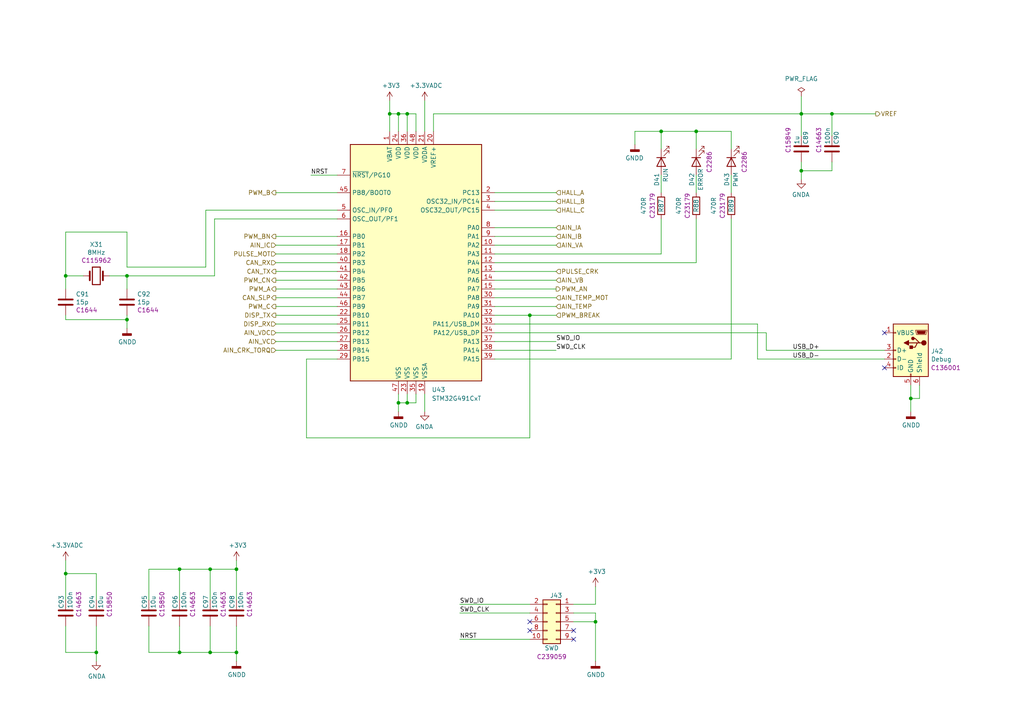
<source format=kicad_sch>
(kicad_sch (version 20211123) (generator eeschema)
  (paper "A4")
  (title_block (title "(BCC) Battery Case Controller") (date "2022-12-06") (rev "1") (company "UNIMOC universal motor controller"))
  (lib_symbols
    (symbol "Connector:USB_B_Mini" (pin_names (offset 1.016))
      (property "Reference" "J" (at -5.08 11.43 0))
      (property "Value" "USB_B_Mini" (at -5.08 8.89 0))
      (symbol "USB_B_Mini_0_1"
        (rectangle (start -5.08 -7.62) (end 5.08 7.62) (stroke (width 0.254)) (fill (type background)))
        (circle (center -3.81 2.159) (radius 0.635) (stroke (width 0.254)) (fill (type outline)))
        (circle (center -0.635 3.429) (radius 0.381) (stroke (width 0.254)) (fill (type outline)))
        (rectangle (start -0.127 -7.62) (end 0.127 -6.858))
        (polyline (pts (xy -1.905 2.159) (xy 0.635 2.159)) (stroke (width 0.254)))
        (polyline (pts (xy -3.175 2.159) (xy -2.54 2.159) (xy -1.27 3.429) (xy -0.635 3.429)) (stroke (width 0.254)))
        (polyline (pts (xy -2.54 2.159) (xy -1.905 2.159) (xy -1.27 0.889) (xy 0 0.889)) (stroke (width 0.254)))
        (polyline (pts (xy 0.635 2.794) (xy 0.635 1.524) (xy 1.905 2.159) (xy 0.635 2.794)) (stroke (width 0.254)) (fill (type outline)))
        (polyline (pts (xy -4.318 5.588) (xy -1.778 5.588) (xy -2.032 4.826) (xy -4.064 4.826) (xy -4.318 5.588)) (fill (type outline)))
        (polyline (pts (xy -4.699 5.842) (xy -4.699 5.588) (xy -4.445 4.826) (xy -4.445 4.572) (xy -1.651 4.572) (xy -1.651 4.826) (xy -1.397 5.588) (xy -1.397 5.842) (xy -4.699 5.842)))
        (rectangle (start 0.254 1.27) (end -0.508 0.508) (stroke (width 0.254)) (fill (type outline)))
        (rectangle (start 5.08 -5.207) (end 4.318 -4.953))
        (rectangle (start 5.08 -2.667) (end 4.318 -2.413))
        (rectangle (start 5.08 -0.127) (end 4.318 0.127))
        (rectangle (start 5.08 4.953) (end 4.318 5.207))
      )
      (symbol "USB_B_Mini_1_1"
        (pin power_out line (at 7.62 5.08 180) (length 2.54) (name "VBUS") (number "1"))
        (pin bidirectional line (at 7.62 -2.54 180) (length 2.54) (name "D-") (number "2"))
        (pin bidirectional line (at 7.62 0 180) (length 2.54) (name "D+") (number "3"))
        (pin passive line (at 7.62 -5.08 180) (length 2.54) (name "ID") (number "4"))
        (pin power_out line (at 0 -10.16 90) (length 2.54) (name "GND") (number "5"))
        (pin passive line (at -2.54 -10.16 90) (length 2.54) (name "Shield") (number "6"))
      )
    )
    (symbol "Connector_Generic:Conn_02x05_Odd_Even" (pin_names (offset 1.016) hide)
      (property "Reference" "J" (at 1.27 7.62 0))
      (property "Value" "Conn_02x05_Odd_Even" (at 1.27 -7.62 0))
      (symbol "Conn_02x05_Odd_Even_1_1"
        (rectangle (start -1.27 -4.953) (end 0 -5.207) (stroke (width 0.1524)))
        (rectangle (start -1.27 -2.413) (end 0 -2.667) (stroke (width 0.1524)))
        (rectangle (start -1.27 0.127) (end 0 -0.127) (stroke (width 0.1524)))
        (rectangle (start -1.27 2.667) (end 0 2.413) (stroke (width 0.1524)))
        (rectangle (start -1.27 5.207) (end 0 4.953) (stroke (width 0.1524)))
        (rectangle (start -1.27 6.35) (end 3.81 -6.35) (stroke (width 0.254)) (fill (type background)))
        (rectangle (start 3.81 -4.953) (end 2.54 -5.207) (stroke (width 0.1524)))
        (rectangle (start 3.81 -2.413) (end 2.54 -2.667) (stroke (width 0.1524)))
        (rectangle (start 3.81 0.127) (end 2.54 -0.127) (stroke (width 0.1524)))
        (rectangle (start 3.81 2.667) (end 2.54 2.413) (stroke (width 0.1524)))
        (rectangle (start 3.81 5.207) (end 2.54 4.953) (stroke (width 0.1524)))
        (pin passive line (at -5.08 5.08 0) (length 3.81) (name "Pin_1") (number "1"))
        (pin passive line (at 7.62 -5.08 180) (length 3.81) (name "Pin_10") (number "10"))
        (pin passive line (at 7.62 5.08 180) (length 3.81) (name "Pin_2") (number "2"))
        (pin passive line (at -5.08 2.54 0) (length 3.81) (name "Pin_3") (number "3"))
        (pin passive line (at 7.62 2.54 180) (length 3.81) (name "Pin_4") (number "4"))
        (pin passive line (at -5.08 0 0) (length 3.81) (name "Pin_5") (number "5"))
        (pin passive line (at 7.62 0 180) (length 3.81) (name "Pin_6") (number "6"))
        (pin passive line (at -5.08 -2.54 0) (length 3.81) (name "Pin_7") (number "7"))
        (pin passive line (at 7.62 -2.54 180) (length 3.81) (name "Pin_8") (number "8"))
        (pin passive line (at -5.08 -5.08 0) (length 3.81) (name "Pin_9") (number "9"))
      )
    )
    (symbol "Device:C" (pin_numbers hide) (pin_names (offset 0.254))
      (property "Reference" "C" (at 0.635 2.54 0))
      (property "Value" "C" (at 0.635 -2.54 0))
      (symbol "C_0_1"
        (polyline (pts (xy -2.032 -0.762) (xy 2.032 -0.762)) (stroke (width 0.508)))
        (polyline (pts (xy -2.032 0.762) (xy 2.032 0.762)) (stroke (width 0.508)))
      )
      (symbol "C_1_1"
        (pin passive line (at 0 3.81 270) (length 2.794) (name "~") (number "1"))
        (pin passive line (at 0 -3.81 90) (length 2.794) (name "~") (number "2"))
      )
    )
    (symbol "Device:Crystal" (pin_numbers hide) (pin_names (offset 1.016) hide)
      (property "Reference" "Y" (at 0 3.81 0))
      (property "Value" "Crystal" (at 0 -3.81 0))
      (symbol "Crystal_0_1"
        (rectangle (start -1.143 2.54) (end 1.143 -2.54) (stroke (width 0.3048)))
        (polyline (pts (xy -2.54 0) (xy -1.905 0)))
        (polyline (pts (xy -1.905 -1.27) (xy -1.905 1.27)) (stroke (width 0.508)))
        (polyline (pts (xy 1.905 -1.27) (xy 1.905 1.27)) (stroke (width 0.508)))
        (polyline (pts (xy 2.54 0) (xy 1.905 0)))
      )
      (symbol "Crystal_1_1"
        (pin passive line (at -3.81 0 0) (length 1.27) (name "1") (number "1"))
        (pin passive line (at 3.81 0 180) (length 1.27) (name "2") (number "2"))
      )
    )
    (symbol "Device:LED" (pin_numbers hide) (pin_names (offset 1.016) hide)
      (property "Reference" "D" (at 0 2.54 0))
      (property "Value" "LED" (at 0 -2.54 0))
      (symbol "LED_0_1"
        (polyline (pts (xy -1.27 -1.27) (xy -1.27 1.27)) (stroke (width 0.254)))
        (polyline (pts (xy -1.27 0) (xy 1.27 0)))
        (polyline (pts (xy 1.27 -1.27) (xy 1.27 1.27) (xy -1.27 0) (xy 1.27 -1.27)) (stroke (width 0.254)))
        (polyline (pts (xy -3.048 -0.762) (xy -4.572 -2.286) (xy -3.81 -2.286) (xy -4.572 -2.286) (xy -4.572 -1.524)))
        (polyline (pts (xy -1.778 -0.762) (xy -3.302 -2.286) (xy -2.54 -2.286) (xy -3.302 -2.286) (xy -3.302 -1.524)))
      )
      (symbol "LED_1_1"
        (pin passive line (at -3.81 0 0) (length 2.54) (name "K") (number "1"))
        (pin passive line (at 3.81 0 180) (length 2.54) (name "A") (number "2"))
      )
    )
    (symbol "Device:R" (pin_numbers hide) (pin_names (offset 0))
      (property "Reference" "R" (at 2.032 0 90))
      (property "Value" "R" (at 0 0 90))
      (symbol "R_0_1"
        (rectangle (start -1.016 -2.54) (end 1.016 2.54) (stroke (width 0.254)))
      )
      (symbol "R_1_1"
        (pin passive line (at 0 3.81 270) (length 1.27) (name "~") (number "1"))
        (pin passive line (at 0 -3.81 90) (length 1.27) (name "~") (number "2"))
      )
    )
    (symbol "MCU_ST_STM32G4:STM32G491CxT"
      (property "Reference" "U" (at -10.16 37.465 0))
      (property "Value" "STM32G491CxT" (at -10.16 35.56 0))
      (symbol "STM32G491CxT_0_1"
        (rectangle (start -19.05 34.29) (end 19.05 -34.29) (stroke (width 0.254)) (fill (type background)))
      )
      (symbol "STM32G491CxT_1_1"
        (pin power_in line (at -7.62 38.1 270) (length 3.81) (name "VBAT") (number "1"))
        (pin bidirectional line (at 22.86 5.08 180) (length 3.81) (name "PA2") (number "10"))
        (pin bidirectional line (at 22.86 2.54 180) (length 3.81) (name "PA3") (number "11"))
        (pin bidirectional line (at 22.86 0 180) (length 3.81) (name "PA4") (number "12"))
        (pin bidirectional line (at 22.86 -2.54 180) (length 3.81) (name "PA5") (number "13"))
        (pin bidirectional line (at 22.86 -5.08 180) (length 3.81) (name "PA6") (number "14"))
        (pin bidirectional line (at 22.86 -7.62 180) (length 3.81) (name "PA7") (number "15"))
        (pin bidirectional line (at -22.86 7.62 0) (length 3.81) (name "PB0") (number "16"))
        (pin bidirectional line (at -22.86 5.08 0) (length 3.81) (name "PB1") (number "17"))
        (pin bidirectional line (at -22.86 2.54 0) (length 3.81) (name "PB2") (number "18"))
        (pin power_in line (at 2.54 -38.1 90) (length 3.81) (name "VSSA") (number "19"))
        (pin bidirectional line (at 22.86 20.32 180) (length 3.81) (name "PC13") (number "2"))
        (pin power_in line (at 5.08 38.1 270) (length 3.81) (name "VREF+") (number "20"))
        (pin power_in line (at 2.54 38.1 270) (length 3.81) (name "VDDA") (number "21"))
        (pin bidirectional line (at -22.86 -15.24 0) (length 3.81) (name "PB10") (number "22"))
        (pin power_in line (at -2.54 -38.1 90) (length 3.81) (name "VSS") (number "23"))
        (pin power_in line (at -5.08 38.1 270) (length 3.81) (name "VDD") (number "24"))
        (pin bidirectional line (at -22.86 -17.78 0) (length 3.81) (name "PB11") (number "25"))
        (pin bidirectional line (at -22.86 -20.32 0) (length 3.81) (name "PB12") (number "26"))
        (pin bidirectional line (at -22.86 -22.86 0) (length 3.81) (name "PB13") (number "27"))
        (pin bidirectional line (at -22.86 -25.4 0) (length 3.81) (name "PB14") (number "28"))
        (pin bidirectional line (at -22.86 -27.94 0) (length 3.81) (name "PB15") (number "29"))
        (pin bidirectional line (at 22.86 17.78 180) (length 3.81) (name "OSC32_IN/PC14") (number "3"))
        (pin bidirectional line (at 22.86 -10.16 180) (length 3.81) (name "PA8") (number "30"))
        (pin bidirectional line (at 22.86 -12.7 180) (length 3.81) (name "PA9") (number "31"))
        (pin bidirectional line (at 22.86 -15.24 180) (length 3.81) (name "PA10") (number "32"))
        (pin bidirectional line (at 22.86 -17.78 180) (length 3.81) (name "PA11/USB_DM") (number "33"))
        (pin bidirectional line (at 22.86 -20.32 180) (length 3.81) (name "PA12/USB_DP") (number "34"))
        (pin power_in line (at 0 -38.1 90) (length 3.81) (name "VSS") (number "35"))
        (pin power_in line (at -2.54 38.1 270) (length 3.81) (name "VDD") (number "36"))
        (pin bidirectional line (at 22.86 -22.86 180) (length 3.81) (name "PA13") (number "37"))
        (pin bidirectional line (at 22.86 -25.4 180) (length 3.81) (name "PA14") (number "38"))
        (pin bidirectional line (at 22.86 -27.94 180) (length 3.81) (name "PA15") (number "39"))
        (pin bidirectional line (at 22.86 15.24 180) (length 3.81) (name "OSC32_OUT/PC15") (number "4"))
        (pin bidirectional line (at -22.86 0 0) (length 3.81) (name "PB3") (number "40"))
        (pin bidirectional line (at -22.86 -2.54 0) (length 3.81) (name "PB4") (number "41"))
        (pin bidirectional line (at -22.86 -5.08 0) (length 3.81) (name "PB5") (number "42"))
        (pin bidirectional line (at -22.86 -7.62 0) (length 3.81) (name "PB6") (number "43"))
        (pin bidirectional line (at -22.86 -10.16 0) (length 3.81) (name "PB7") (number "44"))
        (pin bidirectional line (at -22.86 20.32 0) (length 3.81) (name "PB8/BOOT0") (number "45"))
        (pin bidirectional line (at -22.86 -12.7 0) (length 3.81) (name "PB9") (number "46"))
        (pin power_in line (at -5.08 -38.1 90) (length 3.81) (name "VSS") (number "47"))
        (pin power_in line (at 0 38.1 270) (length 3.81) (name "VDD") (number "48"))
        (pin bidirectional line (at -22.86 15.24 0) (length 3.81) (name "OSC_IN/PF0") (number "5"))
        (pin bidirectional line (at -22.86 12.7 0) (length 3.81) (name "OSC_OUT/PF1") (number "6"))
        (pin bidirectional line (at -22.86 25.4 0) (length 3.81) (name "~{NRST}/PG10") (number "7"))
        (pin bidirectional line (at 22.86 10.16 180) (length 3.81) (name "PA0") (number "8"))
        (pin bidirectional line (at 22.86 7.62 180) (length 3.81) (name "PA1") (number "9"))
      )
    )
    (symbol "power:+3.3VADC" (power) (pin_names (offset 0))
      (property "Value" "+3.3VADC" (at 0 2.54 0))
      (symbol "+3.3VADC_0_0"
        (pin power_in line (at 0 0 90) (length 0) hide (name "+3.3VADC") (number "1"))
      )
      (symbol "+3.3VADC_0_1"
        (polyline (pts (xy -0.762 1.27) (xy 0 2.54)))
        (polyline (pts (xy 0 0) (xy 0 2.54)))
        (polyline (pts (xy 0 2.54) (xy 0.762 1.27)))
      )
    )
    (symbol "power:+3V3" (power) (pin_names (offset 0))
      (property "Value" "+3V3" (at 0 3.556 0))
      (symbol "+3V3_0_1"
        (polyline (pts (xy -0.762 1.27) (xy 0 2.54)))
        (polyline (pts (xy 0 0) (xy 0 2.54)))
        (polyline (pts (xy 0 2.54) (xy 0.762 1.27)))
      )
      (symbol "+3V3_1_1"
        (pin power_in line (at 0 0 90) (length 0) hide (name "+3V3") (number "1"))
      )
    )
    (symbol "power:GNDA" (power) (pin_names (offset 0))
      (property "Value" "GNDA" (at 0 -3.81 0))
      (symbol "GNDA_0_1"
        (polyline (pts (xy 0 0) (xy 0 -1.27) (xy 1.27 -1.27) (xy 0 -2.54) (xy -1.27 -1.27) (xy 0 -1.27)))
      )
      (symbol "GNDA_1_1"
        (pin power_in line (at 0 0 270) (length 0) hide (name "GNDA") (number "1"))
      )
    )
    (symbol "power:GNDD" (power) (pin_names (offset 0))
      (property "Value" "GNDD" (at 0 -3.175 0))
      (symbol "GNDD_0_1"
        (rectangle (start -1.27 -1.524) (end 1.27 -2.032) (stroke (width 0.254)) (fill (type outline)))
        (polyline (pts (xy 0 0) (xy 0 -1.524)))
      )
      (symbol "GNDD_1_1"
        (pin power_in line (at 0 0 270) (length 0) hide (name "GNDD") (number "1"))
      )
    )
    (symbol "power:PWR_FLAG" (power) (pin_numbers hide) (pin_names (offset 0) hide)
      (property "Value" "PWR_FLAG" (at 0 3.81 0))
      (symbol "PWR_FLAG_0_0"
        (pin power_out line (at 0 0 90) (length 0) (name "pwr") (number "1"))
      )
      (symbol "PWR_FLAG_0_1"
        (polyline (pts (xy 0 0) (xy 0 1.27) (xy -1.016 1.905) (xy 0 2.54) (xy 1.016 1.905) (xy 0 1.27)))
      )
    )
  )
  (junction (at 113.03 33.02))
  (junction (at 68.58 165.1))
  (junction (at 115.57 116.84))
  (junction (at 118.11 116.84))
  (junction (at 264.16 115.57))
  (junction (at 153.67 91.44))
  (junction (at 60.96 165.1))
  (junction (at 60.96 189.23))
  (junction (at 52.07 189.23))
  (junction (at 172.72 180.34))
  (junction (at 36.83 92.71))
  (junction (at 52.07 165.1))
  (junction (at 27.94 189.23))
  (junction (at 232.41 33.02))
  (junction (at 36.83 80.01))
  (junction (at 115.57 33.02))
  (junction (at 191.77 38.1))
  (junction (at 201.93 38.1))
  (junction (at 241.3 33.02))
  (junction (at 68.58 189.23))
  (junction (at 232.41 49.53))
  (junction (at 118.11 33.02))
  (junction (at 19.05 80.01))
  (junction (at 19.05 166.37))
  (no_connect (at 166.37 185.42))
  (no_connect (at 153.67 182.88))
  (no_connect (at 166.37 182.88))
  (no_connect (at 256.54 96.52))
  (no_connect (at 153.67 180.34))
  (no_connect (at 256.54 106.68))
  (wire (pts (xy 143.51 76.2) (xy 201.93 76.2)))
  (wire (pts (xy 232.41 27.94) (xy 232.41 33.02)))
  (wire (pts (xy 143.51 101.6) (xy 161.29 101.6)))
  (wire (pts (xy 172.72 175.26) (xy 172.72 170.18)))
  (wire (pts (xy 133.35 185.42) (xy 153.67 185.42)))
  (wire (pts (xy 115.57 119.38) (xy 115.57 116.84)))
  (wire (pts (xy 143.51 104.14) (xy 212.09 104.14)))
  (wire (pts (xy 123.19 29.21) (xy 123.19 38.1)))
  (wire (pts (xy 191.77 73.66) (xy 143.51 73.66)))
  (wire (pts (xy 232.41 39.37) (xy 232.41 33.02)))
  (wire (pts (xy 36.83 95.25) (xy 36.83 92.71)))
  (wire (pts (xy 97.79 76.2) (xy 80.01 76.2)))
  (wire (pts (xy 143.51 66.04) (xy 161.29 66.04)))
  (wire (pts (xy 97.79 86.36) (xy 80.01 86.36)))
  (wire (pts (xy 143.51 68.58) (xy 161.29 68.58)))
  (wire (pts (xy 264.16 111.76) (xy 264.16 115.57)))
  (wire (pts (xy 166.37 175.26) (xy 172.72 175.26)))
  (wire (pts (xy 31.75 80.01) (xy 36.83 80.01)))
  (wire (pts (xy 19.05 92.71) (xy 36.83 92.71)))
  (wire (pts (xy 19.05 83.82) (xy 19.05 80.01)))
  (wire (pts (xy 143.51 96.52) (xy 222.25 96.52)))
  (wire (pts (xy 191.77 43.18) (xy 191.77 38.1)))
  (wire (pts (xy 120.65 116.84) (xy 120.65 114.3)))
  (wire (pts (xy 166.37 180.34) (xy 172.72 180.34)))
  (wire (pts (xy 60.96 165.1) (xy 52.07 165.1)))
  (wire (pts (xy 52.07 189.23) (xy 43.18 189.23)))
  (wire (pts (xy 166.37 177.8) (xy 172.72 177.8)))
  (wire (pts (xy 153.67 127) (xy 88.9 127)))
  (wire (pts (xy 43.18 165.1) (xy 43.18 173.99)))
  (wire (pts (xy 133.35 175.26) (xy 153.67 175.26)))
  (wire (pts (xy 97.79 83.82) (xy 80.01 83.82)))
  (wire (pts (xy 115.57 116.84) (xy 118.11 116.84)))
  (wire (pts (xy 212.09 55.88) (xy 212.09 50.8)))
  (wire (pts (xy 113.03 29.21) (xy 113.03 33.02)))
  (wire (pts (xy 27.94 173.99) (xy 27.94 166.37)))
  (wire (pts (xy 153.67 91.44) (xy 153.67 127)))
  (wire (pts (xy 68.58 181.61) (xy 68.58 189.23)))
  (wire (pts (xy 191.77 38.1) (xy 184.15 38.1)))
  (wire (pts (xy 184.15 38.1) (xy 184.15 41.91)))
  (wire (pts (xy 97.79 91.44) (xy 80.01 91.44)))
  (wire (pts (xy 143.51 88.9) (xy 161.29 88.9)))
  (wire (pts (xy 113.03 33.02) (xy 113.03 38.1)))
  (wire (pts (xy 88.9 127) (xy 88.9 104.14)))
  (wire (pts (xy 52.07 181.61) (xy 52.07 189.23)))
  (wire (pts (xy 143.51 60.96) (xy 161.29 60.96)))
  (wire (pts (xy 36.83 92.71) (xy 36.83 91.44)))
  (wire (pts (xy 19.05 80.01) (xy 19.05 67.31)))
  (wire (pts (xy 68.58 165.1) (xy 60.96 165.1)))
  (wire (pts (xy 125.73 33.02) (xy 232.41 33.02)))
  (wire (pts (xy 241.3 39.37) (xy 241.3 33.02)))
  (wire (pts (xy 201.93 43.18) (xy 201.93 38.1)))
  (wire (pts (xy 143.51 86.36) (xy 161.29 86.36)))
  (wire (pts (xy 52.07 165.1) (xy 52.07 173.99)))
  (wire (pts (xy 97.79 78.74) (xy 80.01 78.74)))
  (wire (pts (xy 80.01 93.98) (xy 97.79 93.98)))
  (wire (pts (xy 266.7 115.57) (xy 264.16 115.57)))
  (wire (pts (xy 115.57 33.02) (xy 118.11 33.02)))
  (wire (pts (xy 232.41 49.53) (xy 232.41 46.99)))
  (wire (pts (xy 97.79 50.8) (xy 90.17 50.8)))
  (wire (pts (xy 254 33.02) (xy 241.3 33.02)))
  (wire (pts (xy 222.25 101.6) (xy 256.54 101.6)))
  (wire (pts (xy 68.58 189.23) (xy 68.58 191.77)))
  (wire (pts (xy 52.07 165.1) (xy 43.18 165.1)))
  (wire (pts (xy 97.79 55.88) (xy 80.01 55.88)))
  (wire (pts (xy 24.13 80.01) (xy 19.05 80.01)))
  (wire (pts (xy 19.05 189.23) (xy 19.05 181.61)))
  (wire (pts (xy 219.71 93.98) (xy 219.71 104.14)))
  (wire (pts (xy 153.67 91.44) (xy 161.29 91.44)))
  (wire (pts (xy 172.72 180.34) (xy 172.72 191.77)))
  (wire (pts (xy 36.83 67.31) (xy 36.83 77.47)))
  (wire (pts (xy 97.79 63.5) (xy 62.23 63.5)))
  (wire (pts (xy 97.79 96.52) (xy 80.01 96.52)))
  (wire (pts (xy 212.09 63.5) (xy 212.09 104.14)))
  (wire (pts (xy 115.57 33.02) (xy 115.57 38.1)))
  (wire (pts (xy 68.58 173.99) (xy 68.58 165.1)))
  (wire (pts (xy 36.83 77.47) (xy 59.69 77.47)))
  (wire (pts (xy 120.65 33.02) (xy 120.65 38.1)))
  (wire (pts (xy 19.05 166.37) (xy 27.94 166.37)))
  (wire (pts (xy 118.11 33.02) (xy 118.11 38.1)))
  (wire (pts (xy 143.51 81.28) (xy 161.29 81.28)))
  (wire (pts (xy 191.77 55.88) (xy 191.77 50.8)))
  (wire (pts (xy 80.01 71.12) (xy 97.79 71.12)))
  (wire (pts (xy 43.18 189.23) (xy 43.18 181.61)))
  (wire (pts (xy 118.11 33.02) (xy 120.65 33.02)))
  (wire (pts (xy 232.41 49.53) (xy 232.41 52.07)))
  (wire (pts (xy 133.35 177.8) (xy 153.67 177.8)))
  (wire (pts (xy 143.51 91.44) (xy 153.67 91.44)))
  (wire (pts (xy 97.79 73.66) (xy 80.01 73.66)))
  (wire (pts (xy 97.79 60.96) (xy 59.69 60.96)))
  (wire (pts (xy 143.51 99.06) (xy 161.29 99.06)))
  (wire (pts (xy 143.51 83.82) (xy 161.29 83.82)))
  (wire (pts (xy 68.58 162.56) (xy 68.58 165.1)))
  (wire (pts (xy 201.93 55.88) (xy 201.93 50.8)))
  (wire (pts (xy 266.7 111.76) (xy 266.7 115.57)))
  (wire (pts (xy 97.79 101.6) (xy 80.01 101.6)))
  (wire (pts (xy 27.94 189.23) (xy 27.94 181.61)))
  (wire (pts (xy 143.51 78.74) (xy 161.29 78.74)))
  (wire (pts (xy 212.09 38.1) (xy 212.09 43.18)))
  (wire (pts (xy 143.51 55.88) (xy 161.29 55.88)))
  (wire (pts (xy 118.11 116.84) (xy 120.65 116.84)))
  (wire (pts (xy 113.03 33.02) (xy 115.57 33.02)))
  (wire (pts (xy 143.51 71.12) (xy 161.29 71.12)))
  (wire (pts (xy 19.05 91.44) (xy 19.05 92.71)))
  (wire (pts (xy 191.77 63.5) (xy 191.77 73.66)))
  (wire (pts (xy 201.93 38.1) (xy 212.09 38.1)))
  (wire (pts (xy 97.79 99.06) (xy 80.01 99.06)))
  (wire (pts (xy 222.25 96.52) (xy 222.25 101.6)))
  (wire (pts (xy 264.16 115.57) (xy 264.16 119.38)))
  (wire (pts (xy 201.93 76.2) (xy 201.93 63.5)))
  (wire (pts (xy 241.3 33.02) (xy 232.41 33.02)))
  (wire (pts (xy 60.96 181.61) (xy 60.96 189.23)))
  (wire (pts (xy 118.11 116.84) (xy 118.11 114.3)))
  (wire (pts (xy 88.9 104.14) (xy 97.79 104.14)))
  (wire (pts (xy 219.71 104.14) (xy 256.54 104.14)))
  (wire (pts (xy 97.79 81.28) (xy 80.01 81.28)))
  (wire (pts (xy 125.73 38.1) (xy 125.73 33.02)))
  (wire (pts (xy 115.57 116.84) (xy 115.57 114.3)))
  (wire (pts (xy 19.05 162.56) (xy 19.05 166.37)))
  (wire (pts (xy 36.83 80.01) (xy 36.83 83.82)))
  (wire (pts (xy 143.51 93.98) (xy 219.71 93.98)))
  (wire (pts (xy 52.07 189.23) (xy 60.96 189.23)))
  (wire (pts (xy 191.77 38.1) (xy 201.93 38.1)))
  (wire (pts (xy 27.94 191.77) (xy 27.94 189.23)))
  (wire (pts (xy 143.51 58.42) (xy 161.29 58.42)))
  (wire (pts (xy 172.72 177.8) (xy 172.72 180.34)))
  (wire (pts (xy 60.96 173.99) (xy 60.96 165.1)))
  (wire (pts (xy 59.69 60.96) (xy 59.69 77.47)))
  (wire (pts (xy 241.3 49.53) (xy 241.3 46.99)))
  (wire (pts (xy 36.83 80.01) (xy 62.23 80.01)))
  (wire (pts (xy 123.19 114.3) (xy 123.19 119.38)))
  (wire (pts (xy 62.23 63.5) (xy 62.23 80.01)))
  (wire (pts (xy 27.94 189.23) (xy 19.05 189.23)))
  (wire (pts (xy 97.79 88.9) (xy 80.01 88.9)))
  (wire (pts (xy 19.05 173.99) (xy 19.05 166.37)))
  (wire (pts (xy 19.05 67.31) (xy 36.83 67.31)))
  (wire (pts (xy 232.41 49.53) (xy 241.3 49.53)))
  (wire (pts (xy 60.96 189.23) (xy 68.58 189.23)))
  (wire (pts (xy 97.79 68.58) (xy 80.01 68.58)))
  (label "USB_D+" (at 229.87 101.6 0))
  (label "NRST" (at 133.35 185.42 0))
  (label "USB_D-" (at 229.87 104.14 0))
  (label "SWD_IO" (at 161.29 99.06 0))
  (label "SWD_CLK" (at 161.29 101.6 0))
  (label "SWD_IO" (at 133.35 175.26 0))
  (label "SWD_CLK" (at 133.35 177.8 0))
  (label "NRST" (at 90.17 50.8 0))
  (hierarchical_label "CAN_RX" (shape input) (at 80.01 76.2 180))
  (hierarchical_label "AIN_VDC" (shape input) (at 80.01 96.52 180))
  (hierarchical_label "AIN_TEMP" (shape input) (at 161.29 88.9 0))
  (hierarchical_label "CAN_TX" (shape output) (at 80.01 78.74 180))
  (hierarchical_label "AIN_VC" (shape input) (at 80.01 99.06 180))
  (hierarchical_label "PWM_AN" (shape output) (at 161.29 83.82 0))
  (hierarchical_label "PWM_A" (shape output) (at 80.01 83.82 180))
  (hierarchical_label "DISP_TX" (shape output) (at 80.01 91.44 180))
  (hierarchical_label "AIN_CRK_TORQ" (shape input) (at 80.01 101.6 180))
  (hierarchical_label "VREF" (shape output) (at 254 33.02 0))
  (hierarchical_label "CAN_SLP" (shape output) (at 80.01 86.36 180))
  (hierarchical_label "AIN_VA" (shape input) (at 161.29 71.12 0))
  (hierarchical_label "HALL_C" (shape input) (at 161.29 60.96 0))
  (hierarchical_label "PULSE_CRK" (shape input) (at 161.29 78.74 0))
  (hierarchical_label "PWM_BN" (shape output) (at 80.01 68.58 180))
  (hierarchical_label "AIN_IB" (shape input) (at 161.29 68.58 0))
  (hierarchical_label "PWM_BREAK" (shape input) (at 161.29 91.44 0))
  (hierarchical_label "HALL_B" (shape input) (at 161.29 58.42 0))
  (hierarchical_label "PWM_B" (shape output) (at 80.01 55.88 180))
  (hierarchical_label "PWM_CN" (shape output) (at 80.01 81.28 180))
  (hierarchical_label "AIN_IA" (shape input) (at 161.29 66.04 0))
  (hierarchical_label "AIN_VB" (shape input) (at 161.29 81.28 0))
  (hierarchical_label "PWM_C" (shape output) (at 80.01 88.9 180))
  (hierarchical_label "DISP_RX" (shape input) (at 80.01 93.98 180))
  (hierarchical_label "AIN_TEMP_MOT" (shape input) (at 161.29 86.36 0))
  (hierarchical_label "HALL_A" (shape input) (at 161.29 55.88 0))
  (hierarchical_label "AIN_IC" (shape input) (at 80.01 71.12 180))
  (hierarchical_label "PULSE_MOT" (shape input) (at 80.01 73.66 180))
  (symbol (lib_id "power:GNDD") (at 172.72 191.77 0) (unit 1)
    (property "Reference" "#U088" (effects hide))
    (property "Value" "GNDD" (at 172.8216 195.707 0))
  )
  (symbol (lib_id "Device:LED") (at 212.09 46.99 90) (mirror x) (unit 1)
    (property "Reference" "D43" (at 210.82 52.07 0))
    (property "Value" "PWM" (at 213.36 52.07 0))
    (property "Footprint" "LED_SMD:LED_0603_1608Metric" (effects hide))
    (property "LCSC#" "C2286" (at 215.9 46.99 0))
  )
  (symbol (lib_id "Device:R") (at 212.09 59.69 0) (mirror y) (unit 1)
    (property "Reference" "R89" (at 212.09 59.69 90))
    (property "Value" "470R" (at 207.01 59.69 90))
    (property "Footprint" "Resistor_SMD:R_0603_1608Metric" (effects hide))
    (property "LCSC#" "C23179" (at 209.55 59.69 90))
  )
  (symbol (lib_id "power:+3.3VADC") (at 123.19 29.21 0) (unit 1)
    (property "Reference" "#PWR062" (effects hide))
    (property "Value" "+3.3VADC" (at 123.571 24.8158 0))
  )
  (symbol (lib_id "Device:Crystal") (at 27.94 80.01 180) (unit 1)
    (property "Reference" "X31" (at 27.94 70.9168 0))
    (property "Value" "8MHz" (at 27.94 73.2282 0))
    (property "Footprint" "Crystal:Crystal_SMD_5032-2Pin_5.0x3.2mm" (effects hide))
    (property "LCSC#" "C115962" (at 27.94 75.5396 0))
  )
  (symbol (lib_id "power:GNDA") (at 27.94 191.77 0) (unit 1)
    (property "Reference" "#PWR066" (effects hide))
    (property "Value" "GNDA" (at 28.067 196.1642 0))
  )
  (symbol (lib_id "power:GNDA") (at 123.19 119.38 0) (mirror y) (unit 1)
    (property "Reference" "#PWR064" (effects hide))
    (property "Value" "GNDA" (at 123.063 123.7742 0))
  )
  (symbol (lib_id "Device:C") (at 27.94 177.8 0) (unit 1)
    (property "Reference" "C94" (at 26.67 176.53 90) (effects (justify left)))
    (property "Value" "10u" (at 29.21 176.53 90) (effects (justify left)))
    (property "Footprint" "Capacitor_SMD:C_0805_2012Metric" (effects hide))
    (property "LCSC#" "C15850" (at 31.75 175.26 90))
  )
  (symbol (lib_id "Device:C") (at 241.3 43.18 0) (mirror y) (unit 1)
    (property "Reference" "C90" (at 242.57 41.91 90) (effects (justify left)))
    (property "Value" "100n" (at 240.03 41.91 90) (effects (justify left)))
    (property "Footprint" "Capacitor_SMD:C_0603_1608Metric" (effects hide))
    (property "LCSC#" "C14663" (at 237.49 40.64 90))
  )
  (symbol (lib_id "Device:C") (at 60.96 177.8 0) (unit 1)
    (property "Reference" "C97" (at 59.69 176.53 90) (effects (justify left)))
    (property "Value" "100n" (at 62.23 176.53 90) (effects (justify left)))
    (property "Footprint" "Capacitor_SMD:C_0603_1608Metric" (effects hide))
    (property "LCSC#" "C14663" (at 64.77 175.26 90))
  )
  (symbol (lib_id "Device:LED") (at 201.93 46.99 90) (mirror x) (unit 1)
    (property "Reference" "D42" (at 200.66 52.07 0))
    (property "Value" "ERROR" (at 203.2 52.07 0))
    (property "Footprint" "LED_SMD:LED_0603_1608Metric" (effects hide))
    (property "LCSC#" "C2286" (at 205.74 46.99 0))
  )
  (symbol (lib_id "MCU_ST_STM32G4:STM32G491CxT") (at 120.65 76.2 0) (unit 1)
    (property "Reference" "U43" (at 125.2094 113.03 0) (effects (justify left)))
    (property "Value" "STM32G491CxT" (at 125.2094 115.57 0) (effects (justify left)))
    (property "Footprint" "Package_QFP:TQFP-48_7x7mm_P0.5mm" (effects hide))
    (property "Datasheet" "https://www.st.com/resource/en/datasheet/stm32g491ke.pdf" (effects hide))
    (property "LCSC#" "C730111" (effects hide))
  )
  (symbol (lib_id "Connector:USB_B_Mini") (at 264.16 101.6 0) (mirror y) (unit 1)
    (property "Reference" "J42" (at 270.002 101.8794 0) (effects (justify right)))
    (property "Value" "Debug" (at 270.002 104.1908 0) (effects (justify right)))
    (property "Footprint" "Connector_USB:USB_Micro-AB_Molex_47590-0001" (effects hide))
    (property "LCSC#" "C136001" (at 274.32 106.68 0))
  )
  (symbol (lib_id "power:GNDA") (at 232.41 52.07 0) (mirror y) (unit 1)
    (property "Reference" "#PWR063" (effects hide))
    (property "Value" "GNDA" (at 232.283 56.4642 0))
  )
  (symbol (lib_id "Device:LED") (at 191.77 46.99 90) (mirror x) (unit 1)
    (property "Reference" "D41" (at 190.5 52.07 0))
    (property "Value" "RUN" (at 193.04 50.8 0))
    (property "Footprint" "LED_SMD:LED_0603_1608Metric" (effects hide))
    (property "LCSC#" "C2286" (effects hide))
  )
  (symbol (lib_id "power:+3.3VADC") (at 19.05 162.56 0) (unit 1)
    (property "Reference" "#PWR065" (effects hide))
    (property "Value" "+3.3VADC" (at 19.431 158.1658 0))
  )
  (symbol (lib_id "power:GNDD") (at 264.16 119.38 0) (unit 1)
    (property "Reference" "#U084" (effects hide))
    (property "Value" "GNDD" (at 264.2616 123.317 0))
  )
  (symbol (lib_id "Device:C") (at 232.41 43.18 0) (mirror y) (unit 1)
    (property "Reference" "C89" (at 233.68 41.91 90) (effects (justify left)))
    (property "Value" "1u" (at 231.14 41.91 90) (effects (justify left)))
    (property "Footprint" "Capacitor_SMD:C_0603_1608Metric" (effects hide))
    (property "LCSC#" "C15849" (at 228.6 40.64 90))
  )
  (symbol (lib_id "Device:R") (at 191.77 59.69 0) (mirror y) (unit 1)
    (property "Reference" "R87" (at 191.77 59.69 90))
    (property "Value" "470R" (at 186.69 59.69 90))
    (property "Footprint" "Resistor_SMD:R_0603_1608Metric" (effects hide))
    (property "LCSC#" "C23179" (at 189.23 59.69 90))
  )
  (symbol (lib_id "power:GNDD") (at 115.57 119.38 0) (unit 1)
    (property "Reference" "#U083" (effects hide))
    (property "Value" "GNDD" (at 115.6716 123.317 0))
  )
  (symbol (lib_id "power:GNDD") (at 68.58 191.77 0) (unit 1)
    (property "Reference" "#U087" (effects hide))
    (property "Value" "GNDD" (at 68.6816 195.707 0))
  )
  (symbol (lib_id "Device:C") (at 68.58 177.8 0) (unit 1)
    (property "Reference" "C98" (at 67.31 176.53 90) (effects (justify left)))
    (property "Value" "100n" (at 69.85 176.53 90) (effects (justify left)))
    (property "Footprint" "Capacitor_SMD:C_0603_1608Metric" (effects hide))
    (property "LCSC#" "C14663" (at 72.39 175.26 90))
  )
  (symbol (lib_id "Connector_Generic:Conn_02x05_Odd_Even") (at 161.29 180.34 0) (mirror y) (unit 1)
    (property "Reference" "J43" (at 161.29 172.72 0))
    (property "Value" "SWD" (at 160.02 187.96 0))
    (property "Footprint" "Connector_PinHeader_1.27mm:PinHeader_2x05_P1.27mm_Vertical" (effects hide))
    (property "LCSC#" "C239059" (at 160.02 190.5 0))
  )
  (symbol (lib_id "power:+3V3") (at 172.72 170.18 0) (unit 1)
    (property "Reference" "#U086" (effects hide))
    (property "Value" "+3V3" (at 173.101 165.7858 0))
  )
  (symbol (lib_id "power:+3V3") (at 113.03 29.21 0) (unit 1)
    (property "Reference" "#PWR061" (effects hide))
    (property "Value" "+3V3" (at 113.411 24.8158 0))
  )
  (symbol (lib_id "Device:C") (at 19.05 87.63 0) (unit 1)
    (property "Reference" "C91" (at 21.971 85.3186 0) (effects (justify left)))
    (property "Value" "15p" (at 21.971 87.63 0) (effects (justify left)))
    (property "Footprint" "Capacitor_SMD:C_0603_1608Metric" (effects hide))
    (property "LCSC#" "C1644" (at 21.971 89.9414 0) (effects (justify left)))
  )
  (symbol (lib_id "power:PWR_FLAG") (at 232.41 27.94 0) (unit 1)
    (property "Reference" "#FLG031" (effects hide))
    (property "Value" "PWR_FLAG" (at 232.41 22.86 0))
  )
  (symbol (lib_id "Device:C") (at 36.83 87.63 0) (unit 1)
    (property "Reference" "C92" (at 39.751 85.3186 0) (effects (justify left)))
    (property "Value" "15p" (at 39.751 87.63 0) (effects (justify left)))
    (property "Footprint" "Capacitor_SMD:C_0603_1608Metric" (effects hide))
    (property "LCSC#" "C1644" (at 39.751 89.9414 0) (effects (justify left)))
  )
  (symbol (lib_id "Device:R") (at 201.93 59.69 0) (mirror y) (unit 1)
    (property "Reference" "R88" (at 201.93 59.69 90))
    (property "Value" "470R" (at 196.85 59.69 90))
    (property "Footprint" "Resistor_SMD:R_0603_1608Metric" (effects hide))
    (property "LCSC#" "C23179" (at 199.39 59.69 90))
  )
  (symbol (lib_id "Device:C") (at 19.05 177.8 0) (unit 1)
    (property "Reference" "C93" (at 17.78 176.53 90) (effects (justify left)))
    (property "Value" "100n" (at 20.32 176.53 90) (effects (justify left)))
    (property "Footprint" "Capacitor_SMD:C_0603_1608Metric" (effects hide))
    (property "LCSC#" "C14663" (at 22.86 175.26 90))
  )
  (symbol (lib_id "power:GNDD") (at 36.83 95.25 0) (unit 1)
    (property "Reference" "#U082" (effects hide))
    (property "Value" "GNDD" (at 36.9316 99.187 0))
  )
  (symbol (lib_id "Device:C") (at 43.18 177.8 0) (unit 1)
    (property "Reference" "C95" (at 41.91 176.53 90) (effects (justify left)))
    (property "Value" "10u" (at 44.45 176.53 90) (effects (justify left)))
    (property "Footprint" "Capacitor_SMD:C_0805_2012Metric" (effects hide))
    (property "LCSC#" "C15850" (at 46.99 175.26 90))
  )
  (symbol (lib_id "power:GNDD") (at 184.15 41.91 0) (mirror y) (unit 1)
    (property "Reference" "#U081" (effects hide))
    (property "Value" "GNDD" (at 184.0484 45.847 0))
  )
  (symbol (lib_id "power:+3V3") (at 68.58 162.56 0) (unit 1)
    (property "Reference" "#U085" (effects hide))
    (property "Value" "+3V3" (at 68.961 158.1658 0))
  )
  (symbol (lib_id "Device:C") (at 52.07 177.8 0) (unit 1)
    (property "Reference" "C96" (at 50.8 176.53 90) (effects (justify left)))
    (property "Value" "100n" (at 53.34 176.53 90) (effects (justify left)))
    (property "Footprint" "Capacitor_SMD:C_0603_1608Metric" (effects hide))
    (property "LCSC#" "C14663" (at 55.88 175.26 90))
  )
)
</source>
